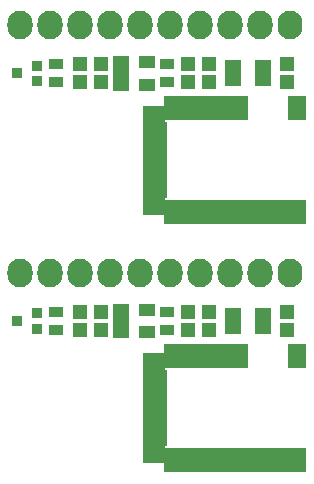
<source format=gts>
G04 #@! TF.FileFunction,Soldermask,Top*
%FSLAX46Y46*%
G04 Gerber Fmt 4.6, Leading zero omitted, Abs format (unit mm)*
G04 Created by KiCad (PCBNEW 4.0.2+dfsg1-stable) date 2017年01月10日 18時20分23秒*
%MOMM*%
G01*
G04 APERTURE LIST*
%ADD10C,0.100000*%
%ADD11R,1.150000X1.200000*%
%ADD12R,1.400000X2.200000*%
%ADD13R,0.900000X0.900000*%
%ADD14R,1.460000X1.050000*%
%ADD15R,0.900000X2.100000*%
%ADD16R,1.900000X0.900000*%
%ADD17R,2.100000X0.900000*%
%ADD18R,1.300000X0.900000*%
%ADD19O,2.100000X2.432000*%
%ADD20O,2.127200X2.432000*%
G04 APERTURE END LIST*
D10*
D11*
X150393400Y-76745400D03*
X150393400Y-78245400D03*
D12*
X163367400Y-77495400D03*
X165867400Y-77495400D03*
D13*
X146759400Y-78145400D03*
X146759400Y-76845400D03*
X145059400Y-77495400D03*
D14*
X153865400Y-76545400D03*
X153865400Y-77495400D03*
X153865400Y-78445400D03*
X156065400Y-78445400D03*
X156065400Y-76545400D03*
D15*
X169125400Y-80461400D03*
X168425400Y-80461400D03*
X164225400Y-80461400D03*
X163525400Y-80461400D03*
X162825400Y-80461400D03*
X162125400Y-80461400D03*
X161425400Y-80461400D03*
X160725400Y-80461400D03*
X160025400Y-80461400D03*
X159325400Y-80461400D03*
X158625400Y-80461400D03*
X157925400Y-80461400D03*
D16*
X156625400Y-80661400D03*
X156625400Y-81361400D03*
D17*
X156725400Y-82061400D03*
X156725400Y-82761400D03*
X156725400Y-83461400D03*
X156725400Y-84161400D03*
X156725400Y-84861400D03*
X156725400Y-85561400D03*
X156725400Y-86261400D03*
X156725400Y-86961400D03*
X156725400Y-87661400D03*
D16*
X156625400Y-88361400D03*
X156625400Y-89061400D03*
D15*
X157925400Y-89261400D03*
X158625400Y-89261400D03*
X159325400Y-89261400D03*
X160025400Y-89261400D03*
X160725400Y-89261400D03*
X161425400Y-89261400D03*
X162125400Y-89261400D03*
X162825400Y-89261400D03*
X163525400Y-89261400D03*
X164225400Y-89261400D03*
X164925400Y-89261400D03*
X165625400Y-89261400D03*
X166325400Y-89261400D03*
X167025400Y-89261400D03*
X167725400Y-89261400D03*
X168425400Y-89261400D03*
X169125400Y-89261400D03*
D18*
X148361400Y-78245400D03*
X148361400Y-76745400D03*
X157759400Y-76745400D03*
X157759400Y-78245400D03*
D11*
X159537400Y-76745400D03*
X159537400Y-78245400D03*
X152171400Y-78245400D03*
X152171400Y-76745400D03*
X161315400Y-76745400D03*
X161315400Y-78245400D03*
X167919400Y-78245400D03*
X167919400Y-76745400D03*
D19*
X168173400Y-73431400D03*
D20*
X165633400Y-73431400D03*
X163093400Y-73431400D03*
X160553400Y-73431400D03*
X158013400Y-73431400D03*
X155473400Y-73431400D03*
X152933400Y-73431400D03*
X150393400Y-73431400D03*
X147853400Y-73431400D03*
X145313400Y-73431400D03*
D19*
X168173400Y-94411800D03*
D20*
X165633400Y-94411800D03*
X163093400Y-94411800D03*
X160553400Y-94411800D03*
X158013400Y-94411800D03*
X155473400Y-94411800D03*
X152933400Y-94411800D03*
X150393400Y-94411800D03*
X147853400Y-94411800D03*
X145313400Y-94411800D03*
D11*
X167919400Y-99225800D03*
X167919400Y-97725800D03*
X161315400Y-97725800D03*
X161315400Y-99225800D03*
X152171400Y-99225800D03*
X152171400Y-97725800D03*
X159537400Y-97725800D03*
X159537400Y-99225800D03*
D18*
X157759400Y-97725800D03*
X157759400Y-99225800D03*
X148361400Y-99225800D03*
X148361400Y-97725800D03*
D15*
X169125400Y-101441800D03*
X168425400Y-101441800D03*
X164225400Y-101441800D03*
X163525400Y-101441800D03*
X162825400Y-101441800D03*
X162125400Y-101441800D03*
X161425400Y-101441800D03*
X160725400Y-101441800D03*
X160025400Y-101441800D03*
X159325400Y-101441800D03*
X158625400Y-101441800D03*
X157925400Y-101441800D03*
D16*
X156625400Y-101641800D03*
X156625400Y-102341800D03*
D17*
X156725400Y-103041800D03*
X156725400Y-103741800D03*
X156725400Y-104441800D03*
X156725400Y-105141800D03*
X156725400Y-105841800D03*
X156725400Y-106541800D03*
X156725400Y-107241800D03*
X156725400Y-107941800D03*
X156725400Y-108641800D03*
D16*
X156625400Y-109341800D03*
X156625400Y-110041800D03*
D15*
X157925400Y-110241800D03*
X158625400Y-110241800D03*
X159325400Y-110241800D03*
X160025400Y-110241800D03*
X160725400Y-110241800D03*
X161425400Y-110241800D03*
X162125400Y-110241800D03*
X162825400Y-110241800D03*
X163525400Y-110241800D03*
X164225400Y-110241800D03*
X164925400Y-110241800D03*
X165625400Y-110241800D03*
X166325400Y-110241800D03*
X167025400Y-110241800D03*
X167725400Y-110241800D03*
X168425400Y-110241800D03*
X169125400Y-110241800D03*
D14*
X153865400Y-97525800D03*
X153865400Y-98475800D03*
X153865400Y-99425800D03*
X156065400Y-99425800D03*
X156065400Y-97525800D03*
D13*
X146759400Y-99125800D03*
X146759400Y-97825800D03*
X145059400Y-98475800D03*
D12*
X163367400Y-98475800D03*
X165867400Y-98475800D03*
D11*
X150393400Y-97725800D03*
X150393400Y-99225800D03*
M02*

</source>
